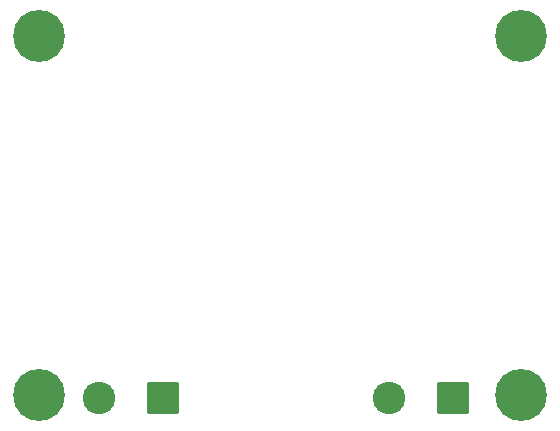
<source format=gbr>
%TF.GenerationSoftware,KiCad,Pcbnew,6.0.10-86aedd382b~118~ubuntu20.04.1*%
%TF.CreationDate,2024-03-04T22:47:07-05:00*%
%TF.ProjectId,cold-start-power-supply,636f6c64-2d73-4746-9172-742d706f7765,rev?*%
%TF.SameCoordinates,Original*%
%TF.FileFunction,Soldermask,Bot*%
%TF.FilePolarity,Negative*%
%FSLAX46Y46*%
G04 Gerber Fmt 4.6, Leading zero omitted, Abs format (unit mm)*
G04 Created by KiCad (PCBNEW 6.0.10-86aedd382b~118~ubuntu20.04.1) date 2024-03-04 22:47:07*
%MOMM*%
%LPD*%
G01*
G04 APERTURE LIST*
G04 Aperture macros list*
%AMRoundRect*
0 Rectangle with rounded corners*
0 $1 Rounding radius*
0 $2 $3 $4 $5 $6 $7 $8 $9 X,Y pos of 4 corners*
0 Add a 4 corners polygon primitive as box body*
4,1,4,$2,$3,$4,$5,$6,$7,$8,$9,$2,$3,0*
0 Add four circle primitives for the rounded corners*
1,1,$1+$1,$2,$3*
1,1,$1+$1,$4,$5*
1,1,$1+$1,$6,$7*
1,1,$1+$1,$8,$9*
0 Add four rect primitives between the rounded corners*
20,1,$1+$1,$2,$3,$4,$5,0*
20,1,$1+$1,$4,$5,$6,$7,0*
20,1,$1+$1,$6,$7,$8,$9,0*
20,1,$1+$1,$8,$9,$2,$3,0*%
G04 Aperture macros list end*
%ADD10RoundRect,0.250000X1.125000X1.125000X-1.125000X1.125000X-1.125000X-1.125000X1.125000X-1.125000X0*%
%ADD11C,2.750000*%
%ADD12C,0.700000*%
%ADD13C,4.400000*%
G04 APERTURE END LIST*
D10*
%TO.C,J1*%
X148402000Y-110871000D03*
D11*
X143002000Y-110871000D03*
%TD*%
D12*
%TO.C,H4*%
X153011274Y-109450274D03*
X155344726Y-109450274D03*
X154178000Y-108967000D03*
X155344726Y-111783726D03*
X155828000Y-110617000D03*
X154178000Y-112267000D03*
D13*
X154178000Y-110617000D03*
D12*
X152528000Y-110617000D03*
X153011274Y-111783726D03*
%TD*%
%TO.C,H1*%
X111761000Y-80264000D03*
X112244274Y-81430726D03*
X115061000Y-80264000D03*
D13*
X113411000Y-80264000D03*
D12*
X114577726Y-79097274D03*
X112244274Y-79097274D03*
X113411000Y-78614000D03*
X113411000Y-81914000D03*
X114577726Y-81430726D03*
%TD*%
D10*
%TO.C,J2*%
X123858000Y-110871000D03*
D11*
X118458000Y-110871000D03*
%TD*%
D12*
%TO.C,H3*%
X115061000Y-110617000D03*
X112244274Y-109450274D03*
X113411000Y-112267000D03*
X111761000Y-110617000D03*
X114577726Y-111783726D03*
D13*
X113411000Y-110617000D03*
D12*
X113411000Y-108967000D03*
X114577726Y-109450274D03*
X112244274Y-111783726D03*
%TD*%
%TO.C,H2*%
X153011274Y-81430726D03*
X153011274Y-79097274D03*
X155344726Y-81430726D03*
X155828000Y-80264000D03*
D13*
X154178000Y-80264000D03*
D12*
X154178000Y-81914000D03*
X152528000Y-80264000D03*
X155344726Y-79097274D03*
X154178000Y-78614000D03*
%TD*%
M02*

</source>
